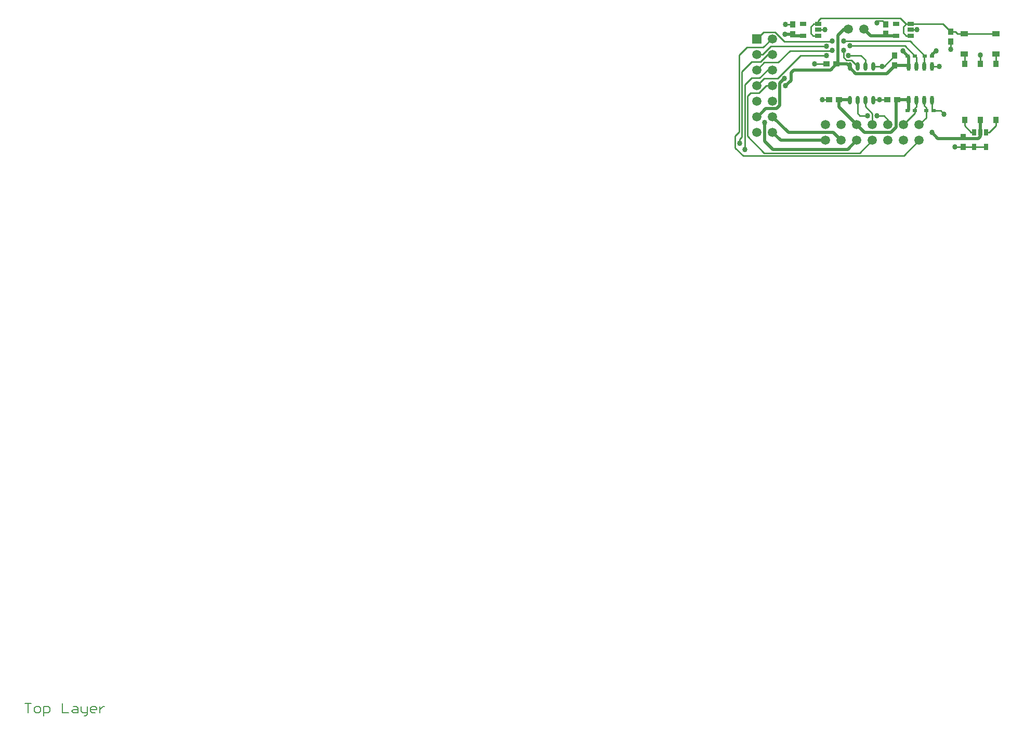
<source format=gtl>
%FSLAX25Y25*%
%MOIN*%
G70*
G01*
G75*
G04 Layer_Physical_Order=1*
G04 Layer_Color=255*
%ADD10R,0.04803X0.03602*%
%ADD11R,0.03740X0.03937*%
%ADD12R,0.03937X0.03740*%
%ADD13O,0.02362X0.05500*%
%ADD14O,0.02362X0.05709*%
%ADD15R,0.04331X0.02559*%
%ADD16R,0.02559X0.04331*%
%ADD17R,0.03800X0.04400*%
%ADD18R,0.03150X0.02362*%
%ADD19C,0.01000*%
%ADD20C,0.02000*%
%ADD21C,0.00800*%
%ADD22C,0.05906*%
%ADD23R,0.05906X0.05906*%
%ADD24C,0.03400*%
D10*
X179200Y81247D02*
D03*
Y68353D02*
D03*
X159000Y81247D02*
D03*
Y68353D02*
D03*
D11*
X108700Y87449D02*
D03*
Y81150D02*
D03*
X49000Y87149D02*
D03*
Y80850D02*
D03*
X150200Y76351D02*
D03*
Y82650D02*
D03*
X158300Y8651D02*
D03*
Y14950D02*
D03*
X114300Y67150D02*
D03*
Y60851D02*
D03*
D12*
X76750Y61800D02*
D03*
X70450D02*
D03*
X115750Y38900D02*
D03*
X109450D02*
D03*
X72350Y39100D02*
D03*
X78650D02*
D03*
D13*
X100400Y60250D02*
D03*
X95400D02*
D03*
X90400D02*
D03*
X85400D02*
D03*
X100400Y38550D02*
D03*
X95400D02*
D03*
X90400D02*
D03*
X85400D02*
D03*
D14*
X138100Y60128D02*
D03*
X133100D02*
D03*
X128100D02*
D03*
X123100D02*
D03*
X138100Y38672D02*
D03*
X133100D02*
D03*
X128100D02*
D03*
X123100D02*
D03*
D15*
X115076Y80060D02*
D03*
Y87540D02*
D03*
X124525Y80060D02*
D03*
Y87540D02*
D03*
Y83800D02*
D03*
X55676Y80060D02*
D03*
Y87540D02*
D03*
X65125Y80060D02*
D03*
Y87540D02*
D03*
Y83800D02*
D03*
D16*
X172840Y18025D02*
D03*
Y8576D02*
D03*
X169100Y18025D02*
D03*
X165360D02*
D03*
Y8576D02*
D03*
D17*
X179200Y61800D02*
D03*
X169200D02*
D03*
X179200Y25800D02*
D03*
X169200D02*
D03*
X159200Y61800D02*
D03*
Y25800D02*
D03*
D18*
X133638Y67100D02*
D03*
X138362D02*
D03*
X127362Y31800D02*
D03*
X122638D02*
D03*
X139262D02*
D03*
X134538D02*
D03*
X127362Y67100D02*
D03*
X122638D02*
D03*
D19*
X130000Y22800D02*
X134538Y27338D01*
Y31800D01*
X120000Y22800D02*
X127362Y30162D01*
Y31800D01*
X138100Y32962D02*
Y38672D01*
Y32962D02*
X139262Y31800D01*
X165360Y8576D02*
X172840D01*
X152976D02*
X165360D01*
X100400Y38550D02*
X100750Y38900D01*
X97626Y22800D02*
X100000D01*
X159200Y61800D02*
Y68153D01*
X159000Y68353D02*
X159200Y68153D01*
X179200Y61800D02*
Y68353D01*
X169200Y61800D02*
Y67700D01*
X159000Y81247D02*
X179200D01*
X150200Y82650D02*
X153150D01*
X154553Y81247D01*
X159000D01*
X150200Y71400D02*
Y76351D01*
X138100Y60128D02*
X142728D01*
X133100D02*
Y66562D01*
X128100Y60128D02*
Y66362D01*
X127362Y67100D02*
X128100Y66362D01*
X133100Y66562D02*
X133638Y67100D01*
X124525Y87540D02*
X145310D01*
X150200Y82650D01*
X121572Y87540D02*
X124525D01*
X119800Y85768D02*
X121572Y87540D01*
Y80060D02*
X124525D01*
X119800Y81831D02*
X121572Y80060D01*
X119800Y81831D02*
Y85768D01*
X121560Y87540D02*
X121572D01*
X117800Y91300D02*
X121560Y87540D01*
X66900Y91300D02*
X117800D01*
X62172Y87540D02*
X65125D01*
X60400Y85768D02*
X62172Y87540D01*
X60400Y81600D02*
Y85768D01*
Y81600D02*
X61940Y80060D01*
X65125D01*
Y83800D02*
X69500D01*
X124138Y76600D02*
X133638Y67100D01*
X74300Y76600D02*
X74500Y76400D01*
X37646Y82336D02*
X43582Y76400D01*
X30130Y82336D02*
X37646D01*
X25890Y78095D02*
X30130Y82336D01*
X81200Y76600D02*
X81400D01*
X124138D01*
X43582Y76400D02*
X74500D01*
X81500Y70600D02*
Y71300D01*
Y70600D02*
X81500Y70600D01*
X85600Y73600D02*
X120862D01*
X127362Y67100D01*
X54000Y67400D02*
X70700D01*
X39200Y52600D02*
X54000Y67400D01*
X30395Y52600D02*
X39200D01*
X25890Y48095D02*
X30395Y52600D01*
X74113Y70413D02*
X74300Y70600D01*
X47313Y70413D02*
X74113D01*
X39700Y62800D02*
X47313Y70413D01*
X30595Y62800D02*
X39700D01*
X25890Y58095D02*
X30595Y62800D01*
X44149Y87149D02*
X49000D01*
X106637Y89513D02*
X108700Y87449D01*
X102800Y88300D02*
X104013Y89513D01*
X106637D01*
X110000Y22800D02*
Y26105D01*
X107404Y28700D02*
X110000Y26105D01*
X101787Y28700D02*
X103000D01*
X91900D02*
X97000D01*
X90400Y30200D02*
X91900Y28700D01*
X90400Y30200D02*
Y38550D01*
X103000Y28700D02*
X107404D01*
X100000Y22800D02*
Y29936D01*
X95400Y34536D02*
X100000Y29936D01*
X95400Y34536D02*
Y38550D01*
X128100Y34450D02*
Y38672D01*
X127362Y33712D02*
X128100Y34450D01*
X127362Y31800D02*
Y33712D01*
X133100Y35150D02*
Y38672D01*
Y35150D02*
X134538Y33712D01*
Y31800D02*
Y33712D01*
X19862Y15510D02*
X30660Y4713D01*
X91913D02*
X100000Y12800D01*
X30660Y4713D02*
X91913D01*
X32795Y58095D02*
X35890D01*
X27700Y53000D02*
X32795Y58095D01*
X22600Y53000D02*
X27700D01*
X32995Y68095D02*
X35890D01*
X28200Y63300D02*
X32995Y68095D01*
X18075Y48475D02*
X22600Y53000D01*
X18075Y7025D02*
Y48475D01*
X22500Y63300D02*
X28200D01*
X34800Y73400D02*
X70400D01*
X29495Y68095D02*
X34800Y73400D01*
X25890Y68095D02*
X29495D01*
X35395Y78095D02*
X35890D01*
X29943Y72643D02*
X35395Y78095D01*
X19543Y72643D02*
X29943D01*
X14500Y67600D02*
X19543Y72643D01*
X15000Y10900D02*
Y13517D01*
X16287Y14804D01*
Y57087D01*
X22500Y63300D01*
X14500Y18200D02*
Y67600D01*
X11900Y15600D02*
X14500Y18200D01*
X11900Y8100D02*
Y15600D01*
X124525Y83800D02*
X128700D01*
X67900Y39100D02*
X72350D01*
X27091Y43300D02*
X31886Y48095D01*
X35890D01*
X139262Y31800D02*
X143800D01*
X146000Y29600D01*
X21900Y43300D02*
X27091D01*
X19862Y41262D02*
X21900Y43300D01*
X19862Y15510D02*
Y41262D01*
X11900Y8100D02*
X17075Y2925D01*
X120125D01*
X130000Y12800D01*
X104500Y38900D02*
X109450D01*
X100750D02*
X104500D01*
X172840Y18025D02*
X174975D01*
X179200Y22249D01*
Y25800D01*
X163325Y18025D02*
X165360D01*
X159200Y22149D02*
X163325Y18025D01*
X159200Y22149D02*
Y25800D01*
X92546Y67400D02*
X95400Y64546D01*
Y60250D02*
Y64546D01*
X90400Y60250D02*
Y60310D01*
X86422Y64287D02*
X90400Y60310D01*
X86363Y64287D02*
X86422D01*
X86237Y64413D02*
X86363Y64287D01*
X83263Y64413D02*
X86237D01*
X81513Y66163D02*
X83263Y64413D01*
X81513Y66163D02*
Y70587D01*
X84500Y67400D02*
X92546D01*
X62900Y61800D02*
X70450D01*
X100400Y60250D02*
X106050D01*
X106200Y60400D02*
X107550D01*
X114300Y67150D01*
X65125Y87540D02*
Y89525D01*
X66900Y91300D01*
D20*
X123100Y32262D02*
Y38672D01*
X122638Y31800D02*
X123100Y32262D01*
X169100Y15269D02*
Y18025D01*
X167903Y14072D02*
X169100Y15269D01*
Y18025D02*
Y25700D01*
X169200Y25800D01*
X138200Y17800D02*
X141928Y14072D01*
X167903D01*
X115750Y38900D02*
X122872D01*
X123100Y38672D01*
X78650Y39100D02*
X84850D01*
X85400Y38550D01*
X78650Y34150D02*
X90000Y22800D01*
X78650Y34150D02*
Y39100D01*
X122638Y67100D02*
X123100Y66638D01*
X114300Y60851D02*
X122378D01*
X123100Y60128D02*
Y66638D01*
X111900Y17800D02*
X115260Y21160D01*
Y38900D01*
X90000Y22800D02*
X95000Y17800D01*
X111900D01*
X49791Y80060D02*
X55676D01*
X43850Y80850D02*
X49000D01*
X35890Y18095D02*
X41185Y12800D01*
X70000D01*
X25890Y28095D02*
X26395D01*
X31500Y33200D01*
X38621D01*
X40630Y49630D02*
X43600Y52600D01*
X40630Y35209D02*
Y49630D01*
X38621Y33200D02*
X40630Y35209D01*
X44200Y47800D02*
X47800Y51400D01*
Y56200D01*
X35890Y28095D02*
X46185Y17800D01*
X75000D01*
X80000Y12800D01*
X30895Y12405D02*
X36300Y7000D01*
X84200D01*
X90000Y12800D01*
X30895Y12405D02*
Y24395D01*
X119500Y70238D02*
X122638Y67100D01*
X138362Y67862D02*
X140738Y70238D01*
X138362Y67100D02*
Y67862D01*
X47800Y56200D02*
X49643Y58043D01*
X77850Y62784D02*
Y80350D01*
X49643Y58043D02*
X73109D01*
X76699Y61633D01*
X83850Y61800D02*
X85400Y60250D01*
X76750Y61800D02*
X83850D01*
X85400Y59483D02*
Y60250D01*
Y59483D02*
X89170Y55713D01*
X109284D01*
X114300Y60729D01*
Y60851D01*
X81800Y84300D02*
X84600D01*
X77850Y80350D02*
X81800Y84300D01*
X94600D02*
X98840Y80060D01*
X115076D01*
D21*
X-443410Y-348755D02*
X-439411D01*
X-441410D01*
Y-354753D01*
X-436412D02*
X-434413D01*
X-433413Y-353754D01*
Y-351754D01*
X-434413Y-350755D01*
X-436412D01*
X-437412Y-351754D01*
Y-353754D01*
X-436412Y-354753D01*
X-431414Y-356753D02*
Y-350755D01*
X-428415D01*
X-427415Y-351754D01*
Y-353754D01*
X-428415Y-354753D01*
X-431414D01*
X-419418Y-348755D02*
Y-354753D01*
X-415419D01*
X-412420Y-350755D02*
X-410421D01*
X-409421Y-351754D01*
Y-354753D01*
X-412420D01*
X-413419Y-353754D01*
X-412420Y-352754D01*
X-409421D01*
X-407421Y-350755D02*
Y-353754D01*
X-406422Y-354753D01*
X-403423D01*
Y-355753D01*
X-404422Y-356753D01*
X-405422D01*
X-403423Y-354753D02*
Y-350755D01*
X-398424Y-354753D02*
X-400424D01*
X-401423Y-353754D01*
Y-351754D01*
X-400424Y-350755D01*
X-398424D01*
X-397425Y-351754D01*
Y-352754D01*
X-401423D01*
X-395425Y-350755D02*
Y-354753D01*
Y-352754D01*
X-394426Y-351754D01*
X-393426Y-350755D01*
X-392426D01*
D22*
X130000Y22800D02*
D03*
Y12800D02*
D03*
X120000Y22800D02*
D03*
Y12800D02*
D03*
X110000Y22800D02*
D03*
Y12800D02*
D03*
X100000Y22800D02*
D03*
Y12800D02*
D03*
X90000Y22800D02*
D03*
Y12800D02*
D03*
X80000Y22800D02*
D03*
Y12800D02*
D03*
X70000Y22800D02*
D03*
Y12800D02*
D03*
X84600Y84300D02*
D03*
X94600D02*
D03*
X35890Y78095D02*
D03*
X25890Y68095D02*
D03*
X35890D02*
D03*
X25890Y58095D02*
D03*
X35890D02*
D03*
X25890Y48095D02*
D03*
X35890D02*
D03*
X25890Y38095D02*
D03*
X35890D02*
D03*
X25890Y28095D02*
D03*
X35890D02*
D03*
X25890Y18095D02*
D03*
X35890D02*
D03*
D23*
X25890Y78095D02*
D03*
D24*
X152976Y8576D02*
D03*
X138200Y17800D02*
D03*
X169200Y67700D02*
D03*
X150200Y71400D02*
D03*
X142728Y60128D02*
D03*
X69500Y83800D02*
D03*
X84500Y67400D02*
D03*
X70700Y67400D02*
D03*
X44149Y87149D02*
D03*
X102800Y88300D02*
D03*
X103000Y28700D02*
D03*
X97000D02*
D03*
X43850Y80850D02*
D03*
X43600Y52600D02*
D03*
X128700Y83800D02*
D03*
X67900Y39100D02*
D03*
X44200Y47800D02*
D03*
X146000Y29600D02*
D03*
X30895Y24395D02*
D03*
X18075Y7025D02*
D03*
X15000Y10900D02*
D03*
X104500Y38900D02*
D03*
X119500Y70238D02*
D03*
X140738D02*
D03*
X81500Y70600D02*
D03*
X85600Y73600D02*
D03*
X81400Y76600D02*
D03*
X74300D02*
D03*
X70400Y73400D02*
D03*
X74300Y70600D02*
D03*
X62900Y61800D02*
D03*
X106200Y60400D02*
D03*
M02*

</source>
